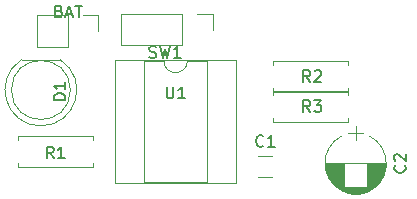
<source format=gbr>
G04 #@! TF.FileFunction,Legend,Top*
%FSLAX46Y46*%
G04 Gerber Fmt 4.6, Leading zero omitted, Abs format (unit mm)*
G04 Created by KiCad (PCBNEW 4.0.7) date 01/31/18 00:14:42*
%MOMM*%
%LPD*%
G01*
G04 APERTURE LIST*
%ADD10C,0.100000*%
%ADD11C,0.120000*%
%ADD12C,0.150000*%
G04 APERTURE END LIST*
D10*
D11*
X150816000Y-105324600D02*
X150816000Y-107984600D01*
X153416000Y-105324600D02*
X150816000Y-105324600D01*
X153416000Y-107984600D02*
X150816000Y-107984600D01*
X153416000Y-105324600D02*
X153416000Y-107984600D01*
X154686000Y-105324600D02*
X156016000Y-105324600D01*
X156016000Y-105324600D02*
X156016000Y-106654600D01*
X169573000Y-117249000D02*
X170747000Y-117249000D01*
X169573000Y-118971000D02*
X170747000Y-118971000D01*
X178979723Y-120145722D02*
G75*
G03X178980000Y-115534420I-1179723J2305722D01*
G01*
X176620277Y-120145722D02*
G75*
G02X176620000Y-115534420I1179723J2305722D01*
G01*
X176620277Y-120145722D02*
G75*
G03X178980000Y-120145580I1179723J2305722D01*
G01*
X180350000Y-117840000D02*
X175250000Y-117840000D01*
X180350000Y-117880000D02*
X178780000Y-117880000D01*
X176820000Y-117880000D02*
X175250000Y-117880000D01*
X180349000Y-117920000D02*
X178780000Y-117920000D01*
X176820000Y-117920000D02*
X175251000Y-117920000D01*
X180348000Y-117960000D02*
X178780000Y-117960000D01*
X176820000Y-117960000D02*
X175252000Y-117960000D01*
X180346000Y-118000000D02*
X178780000Y-118000000D01*
X176820000Y-118000000D02*
X175254000Y-118000000D01*
X180343000Y-118040000D02*
X178780000Y-118040000D01*
X176820000Y-118040000D02*
X175257000Y-118040000D01*
X180339000Y-118080000D02*
X178780000Y-118080000D01*
X176820000Y-118080000D02*
X175261000Y-118080000D01*
X180335000Y-118120000D02*
X178780000Y-118120000D01*
X176820000Y-118120000D02*
X175265000Y-118120000D01*
X180331000Y-118160000D02*
X178780000Y-118160000D01*
X176820000Y-118160000D02*
X175269000Y-118160000D01*
X180325000Y-118200000D02*
X178780000Y-118200000D01*
X176820000Y-118200000D02*
X175275000Y-118200000D01*
X180319000Y-118240000D02*
X178780000Y-118240000D01*
X176820000Y-118240000D02*
X175281000Y-118240000D01*
X180313000Y-118280000D02*
X178780000Y-118280000D01*
X176820000Y-118280000D02*
X175287000Y-118280000D01*
X180306000Y-118320000D02*
X178780000Y-118320000D01*
X176820000Y-118320000D02*
X175294000Y-118320000D01*
X180298000Y-118360000D02*
X178780000Y-118360000D01*
X176820000Y-118360000D02*
X175302000Y-118360000D01*
X180289000Y-118400000D02*
X178780000Y-118400000D01*
X176820000Y-118400000D02*
X175311000Y-118400000D01*
X180280000Y-118440000D02*
X178780000Y-118440000D01*
X176820000Y-118440000D02*
X175320000Y-118440000D01*
X180270000Y-118480000D02*
X178780000Y-118480000D01*
X176820000Y-118480000D02*
X175330000Y-118480000D01*
X180260000Y-118520000D02*
X178780000Y-118520000D01*
X176820000Y-118520000D02*
X175340000Y-118520000D01*
X180248000Y-118561000D02*
X178780000Y-118561000D01*
X176820000Y-118561000D02*
X175352000Y-118561000D01*
X180236000Y-118601000D02*
X178780000Y-118601000D01*
X176820000Y-118601000D02*
X175364000Y-118601000D01*
X180224000Y-118641000D02*
X178780000Y-118641000D01*
X176820000Y-118641000D02*
X175376000Y-118641000D01*
X180210000Y-118681000D02*
X178780000Y-118681000D01*
X176820000Y-118681000D02*
X175390000Y-118681000D01*
X180196000Y-118721000D02*
X178780000Y-118721000D01*
X176820000Y-118721000D02*
X175404000Y-118721000D01*
X180182000Y-118761000D02*
X178780000Y-118761000D01*
X176820000Y-118761000D02*
X175418000Y-118761000D01*
X180166000Y-118801000D02*
X178780000Y-118801000D01*
X176820000Y-118801000D02*
X175434000Y-118801000D01*
X180150000Y-118841000D02*
X178780000Y-118841000D01*
X176820000Y-118841000D02*
X175450000Y-118841000D01*
X180133000Y-118881000D02*
X178780000Y-118881000D01*
X176820000Y-118881000D02*
X175467000Y-118881000D01*
X180115000Y-118921000D02*
X178780000Y-118921000D01*
X176820000Y-118921000D02*
X175485000Y-118921000D01*
X180096000Y-118961000D02*
X178780000Y-118961000D01*
X176820000Y-118961000D02*
X175504000Y-118961000D01*
X180076000Y-119001000D02*
X178780000Y-119001000D01*
X176820000Y-119001000D02*
X175524000Y-119001000D01*
X180056000Y-119041000D02*
X178780000Y-119041000D01*
X176820000Y-119041000D02*
X175544000Y-119041000D01*
X180034000Y-119081000D02*
X178780000Y-119081000D01*
X176820000Y-119081000D02*
X175566000Y-119081000D01*
X180012000Y-119121000D02*
X178780000Y-119121000D01*
X176820000Y-119121000D02*
X175588000Y-119121000D01*
X179989000Y-119161000D02*
X178780000Y-119161000D01*
X176820000Y-119161000D02*
X175611000Y-119161000D01*
X179965000Y-119201000D02*
X178780000Y-119201000D01*
X176820000Y-119201000D02*
X175635000Y-119201000D01*
X179940000Y-119241000D02*
X178780000Y-119241000D01*
X176820000Y-119241000D02*
X175660000Y-119241000D01*
X179913000Y-119281000D02*
X178780000Y-119281000D01*
X176820000Y-119281000D02*
X175687000Y-119281000D01*
X179886000Y-119321000D02*
X178780000Y-119321000D01*
X176820000Y-119321000D02*
X175714000Y-119321000D01*
X179858000Y-119361000D02*
X178780000Y-119361000D01*
X176820000Y-119361000D02*
X175742000Y-119361000D01*
X179828000Y-119401000D02*
X178780000Y-119401000D01*
X176820000Y-119401000D02*
X175772000Y-119401000D01*
X179797000Y-119441000D02*
X178780000Y-119441000D01*
X176820000Y-119441000D02*
X175803000Y-119441000D01*
X179765000Y-119481000D02*
X178780000Y-119481000D01*
X176820000Y-119481000D02*
X175835000Y-119481000D01*
X179732000Y-119521000D02*
X178780000Y-119521000D01*
X176820000Y-119521000D02*
X175868000Y-119521000D01*
X179697000Y-119561000D02*
X178780000Y-119561000D01*
X176820000Y-119561000D02*
X175903000Y-119561000D01*
X179661000Y-119601000D02*
X178780000Y-119601000D01*
X176820000Y-119601000D02*
X175939000Y-119601000D01*
X179623000Y-119641000D02*
X178780000Y-119641000D01*
X176820000Y-119641000D02*
X175977000Y-119641000D01*
X179583000Y-119681000D02*
X178780000Y-119681000D01*
X176820000Y-119681000D02*
X176017000Y-119681000D01*
X179542000Y-119721000D02*
X178780000Y-119721000D01*
X176820000Y-119721000D02*
X176058000Y-119721000D01*
X179499000Y-119761000D02*
X178780000Y-119761000D01*
X176820000Y-119761000D02*
X176101000Y-119761000D01*
X179454000Y-119801000D02*
X178780000Y-119801000D01*
X176820000Y-119801000D02*
X176146000Y-119801000D01*
X179406000Y-119841000D02*
X176194000Y-119841000D01*
X179356000Y-119881000D02*
X176244000Y-119881000D01*
X179304000Y-119921000D02*
X176296000Y-119921000D01*
X179248000Y-119961000D02*
X176352000Y-119961000D01*
X179190000Y-120001000D02*
X176410000Y-120001000D01*
X179127000Y-120041000D02*
X176473000Y-120041000D01*
X179061000Y-120081000D02*
X176539000Y-120081000D01*
X178989000Y-120121000D02*
X176611000Y-120121000D01*
X178912000Y-120161000D02*
X176688000Y-120161000D01*
X178828000Y-120201000D02*
X176772000Y-120201000D01*
X178734000Y-120241000D02*
X176866000Y-120241000D01*
X178629000Y-120281000D02*
X176971000Y-120281000D01*
X178507000Y-120321000D02*
X177093000Y-120321000D01*
X178359000Y-120361000D02*
X177241000Y-120361000D01*
X178154000Y-120401000D02*
X177446000Y-120401000D01*
X177800000Y-114640000D02*
X177800000Y-115840000D01*
X178450000Y-115240000D02*
X177150000Y-115240000D01*
X151153442Y-114672999D02*
G75*
G03X152794912Y-109073000I1958J3039999D01*
G01*
X151157358Y-114672999D02*
G75*
G02X149515888Y-109073000I-1958J3039999D01*
G01*
X153655400Y-111633000D02*
G75*
G03X153655400Y-111633000I-2500000J0D01*
G01*
X152795400Y-109073000D02*
X149515400Y-109073000D01*
X155610000Y-117820000D02*
X155610000Y-118150000D01*
X155610000Y-118150000D02*
X149190000Y-118150000D01*
X149190000Y-118150000D02*
X149190000Y-117820000D01*
X155610000Y-115860000D02*
X155610000Y-115530000D01*
X155610000Y-115530000D02*
X149190000Y-115530000D01*
X149190000Y-115530000D02*
X149190000Y-115860000D01*
X170780000Y-109510000D02*
X170780000Y-109180000D01*
X170780000Y-109180000D02*
X177200000Y-109180000D01*
X177200000Y-109180000D02*
X177200000Y-109510000D01*
X170780000Y-111470000D02*
X170780000Y-111800000D01*
X170780000Y-111800000D02*
X177200000Y-111800000D01*
X177200000Y-111800000D02*
X177200000Y-111470000D01*
X170780000Y-112050000D02*
X170780000Y-111720000D01*
X170780000Y-111720000D02*
X177200000Y-111720000D01*
X177200000Y-111720000D02*
X177200000Y-112050000D01*
X170780000Y-114010000D02*
X170780000Y-114340000D01*
X170780000Y-114340000D02*
X177200000Y-114340000D01*
X177200000Y-114340000D02*
X177200000Y-114010000D01*
X163560000Y-109160000D02*
G75*
G02X161560000Y-109160000I-1000000J0D01*
G01*
X161560000Y-109160000D02*
X159910000Y-109160000D01*
X159910000Y-109160000D02*
X159910000Y-119440000D01*
X159910000Y-119440000D02*
X165210000Y-119440000D01*
X165210000Y-119440000D02*
X165210000Y-109160000D01*
X165210000Y-109160000D02*
X163560000Y-109160000D01*
X157420000Y-109100000D02*
X157420000Y-119500000D01*
X157420000Y-119500000D02*
X167700000Y-119500000D01*
X167700000Y-119500000D02*
X167700000Y-109100000D01*
X167700000Y-109100000D02*
X157420000Y-109100000D01*
X157953400Y-105197600D02*
X157953400Y-107857600D01*
X163093400Y-105197600D02*
X157953400Y-105197600D01*
X163093400Y-107857600D02*
X157953400Y-107857600D01*
X163093400Y-105197600D02*
X163093400Y-107857600D01*
X164363400Y-105197600D02*
X165693400Y-105197600D01*
X165693400Y-105197600D02*
X165693400Y-106527600D01*
D12*
X152677905Y-104957571D02*
X152820762Y-105005190D01*
X152868381Y-105052810D01*
X152916000Y-105148048D01*
X152916000Y-105290905D01*
X152868381Y-105386143D01*
X152820762Y-105433762D01*
X152725524Y-105481381D01*
X152344571Y-105481381D01*
X152344571Y-104481381D01*
X152677905Y-104481381D01*
X152773143Y-104529000D01*
X152820762Y-104576619D01*
X152868381Y-104671857D01*
X152868381Y-104767095D01*
X152820762Y-104862333D01*
X152773143Y-104909952D01*
X152677905Y-104957571D01*
X152344571Y-104957571D01*
X153296952Y-105195667D02*
X153773143Y-105195667D01*
X153201714Y-105481381D02*
X153535047Y-104481381D01*
X153868381Y-105481381D01*
X154058857Y-104481381D02*
X154630286Y-104481381D01*
X154344571Y-105481381D02*
X154344571Y-104481381D01*
X169993334Y-116357143D02*
X169945715Y-116404762D01*
X169802858Y-116452381D01*
X169707620Y-116452381D01*
X169564762Y-116404762D01*
X169469524Y-116309524D01*
X169421905Y-116214286D01*
X169374286Y-116023810D01*
X169374286Y-115880952D01*
X169421905Y-115690476D01*
X169469524Y-115595238D01*
X169564762Y-115500000D01*
X169707620Y-115452381D01*
X169802858Y-115452381D01*
X169945715Y-115500000D01*
X169993334Y-115547619D01*
X170945715Y-116452381D02*
X170374286Y-116452381D01*
X170660000Y-116452381D02*
X170660000Y-115452381D01*
X170564762Y-115595238D01*
X170469524Y-115690476D01*
X170374286Y-115738095D01*
X181967143Y-118006666D02*
X182014762Y-118054285D01*
X182062381Y-118197142D01*
X182062381Y-118292380D01*
X182014762Y-118435238D01*
X181919524Y-118530476D01*
X181824286Y-118578095D01*
X181633810Y-118625714D01*
X181490952Y-118625714D01*
X181300476Y-118578095D01*
X181205238Y-118530476D01*
X181110000Y-118435238D01*
X181062381Y-118292380D01*
X181062381Y-118197142D01*
X181110000Y-118054285D01*
X181157619Y-118006666D01*
X181157619Y-117625714D02*
X181110000Y-117578095D01*
X181062381Y-117482857D01*
X181062381Y-117244761D01*
X181110000Y-117149523D01*
X181157619Y-117101904D01*
X181252857Y-117054285D01*
X181348095Y-117054285D01*
X181490952Y-117101904D01*
X182062381Y-117673333D01*
X182062381Y-117054285D01*
X153233381Y-112498095D02*
X152233381Y-112498095D01*
X152233381Y-112260000D01*
X152281000Y-112117142D01*
X152376238Y-112021904D01*
X152471476Y-111974285D01*
X152661952Y-111926666D01*
X152804810Y-111926666D01*
X152995286Y-111974285D01*
X153090524Y-112021904D01*
X153185762Y-112117142D01*
X153233381Y-112260000D01*
X153233381Y-112498095D01*
X153233381Y-110974285D02*
X153233381Y-111545714D01*
X153233381Y-111260000D02*
X152233381Y-111260000D01*
X152376238Y-111355238D01*
X152471476Y-111450476D01*
X152519095Y-111545714D01*
X152233334Y-117419381D02*
X151900000Y-116943190D01*
X151661905Y-117419381D02*
X151661905Y-116419381D01*
X152042858Y-116419381D01*
X152138096Y-116467000D01*
X152185715Y-116514619D01*
X152233334Y-116609857D01*
X152233334Y-116752714D01*
X152185715Y-116847952D01*
X152138096Y-116895571D01*
X152042858Y-116943190D01*
X151661905Y-116943190D01*
X153185715Y-117419381D02*
X152614286Y-117419381D01*
X152900000Y-117419381D02*
X152900000Y-116419381D01*
X152804762Y-116562238D01*
X152709524Y-116657476D01*
X152614286Y-116705095D01*
X173950334Y-110942381D02*
X173617000Y-110466190D01*
X173378905Y-110942381D02*
X173378905Y-109942381D01*
X173759858Y-109942381D01*
X173855096Y-109990000D01*
X173902715Y-110037619D01*
X173950334Y-110132857D01*
X173950334Y-110275714D01*
X173902715Y-110370952D01*
X173855096Y-110418571D01*
X173759858Y-110466190D01*
X173378905Y-110466190D01*
X174331286Y-110037619D02*
X174378905Y-109990000D01*
X174474143Y-109942381D01*
X174712239Y-109942381D01*
X174807477Y-109990000D01*
X174855096Y-110037619D01*
X174902715Y-110132857D01*
X174902715Y-110228095D01*
X174855096Y-110370952D01*
X174283667Y-110942381D01*
X174902715Y-110942381D01*
X173950334Y-113482381D02*
X173617000Y-113006190D01*
X173378905Y-113482381D02*
X173378905Y-112482381D01*
X173759858Y-112482381D01*
X173855096Y-112530000D01*
X173902715Y-112577619D01*
X173950334Y-112672857D01*
X173950334Y-112815714D01*
X173902715Y-112910952D01*
X173855096Y-112958571D01*
X173759858Y-113006190D01*
X173378905Y-113006190D01*
X174283667Y-112482381D02*
X174902715Y-112482381D01*
X174569381Y-112863333D01*
X174712239Y-112863333D01*
X174807477Y-112910952D01*
X174855096Y-112958571D01*
X174902715Y-113053810D01*
X174902715Y-113291905D01*
X174855096Y-113387143D01*
X174807477Y-113434762D01*
X174712239Y-113482381D01*
X174426524Y-113482381D01*
X174331286Y-113434762D01*
X174283667Y-113387143D01*
X161798095Y-111339381D02*
X161798095Y-112148905D01*
X161845714Y-112244143D01*
X161893333Y-112291762D01*
X161988571Y-112339381D01*
X162179048Y-112339381D01*
X162274286Y-112291762D01*
X162321905Y-112244143D01*
X162369524Y-112148905D01*
X162369524Y-111339381D01*
X163369524Y-112339381D02*
X162798095Y-112339381D01*
X163083809Y-112339381D02*
X163083809Y-111339381D01*
X162988571Y-111482238D01*
X162893333Y-111577476D01*
X162798095Y-111625095D01*
X160337667Y-108862762D02*
X160480524Y-108910381D01*
X160718620Y-108910381D01*
X160813858Y-108862762D01*
X160861477Y-108815143D01*
X160909096Y-108719905D01*
X160909096Y-108624667D01*
X160861477Y-108529429D01*
X160813858Y-108481810D01*
X160718620Y-108434190D01*
X160528143Y-108386571D01*
X160432905Y-108338952D01*
X160385286Y-108291333D01*
X160337667Y-108196095D01*
X160337667Y-108100857D01*
X160385286Y-108005619D01*
X160432905Y-107958000D01*
X160528143Y-107910381D01*
X160766239Y-107910381D01*
X160909096Y-107958000D01*
X161242429Y-107910381D02*
X161480524Y-108910381D01*
X161671001Y-108196095D01*
X161861477Y-108910381D01*
X162099572Y-107910381D01*
X163004334Y-108910381D02*
X162432905Y-108910381D01*
X162718619Y-108910381D02*
X162718619Y-107910381D01*
X162623381Y-108053238D01*
X162528143Y-108148476D01*
X162432905Y-108196095D01*
M02*

</source>
